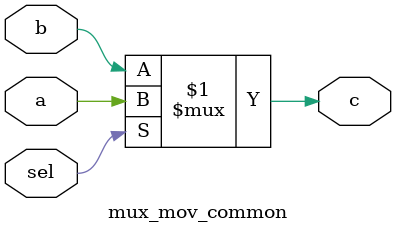
<source format=v>
`timescale 1ns / 1ps
module mux_mov_common(
    input a,
    input b,
    input sel,
    output c
    );
	 assign c = (sel)?a:b;

endmodule

</source>
